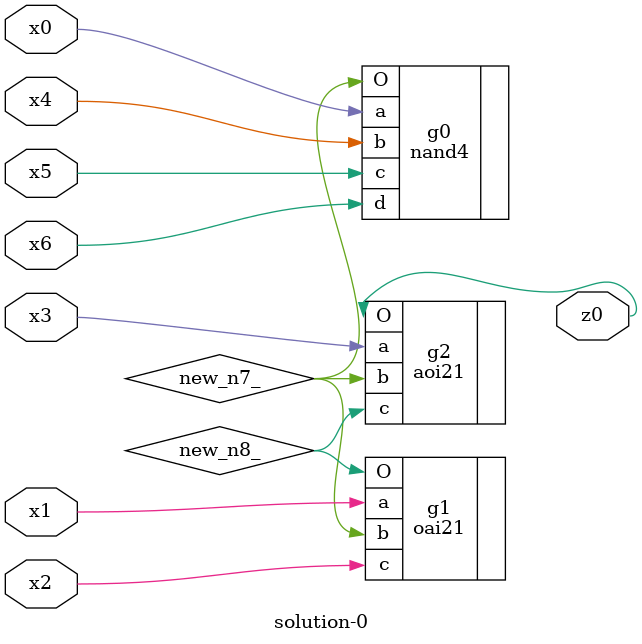
<source format=v>
module \solution-0 (
  x0, x1, x2, x3, x4, x5, x6,
  z0 );
  input x0, x1, x2, x3, x4, x5, x6;
  output z0;
  wire new_n7_, new_n8_;
  nand4  g0(.a(x0), .b(x4), .c(x5), .d(x6), .O(new_n7_));
  oai21  g1(.a(x1), .b(new_n7_), .c(x2), .O(new_n8_));
  aoi21  g2(.a(x3), .b(new_n7_), .c(new_n8_), .O(z0));
endmodule

</source>
